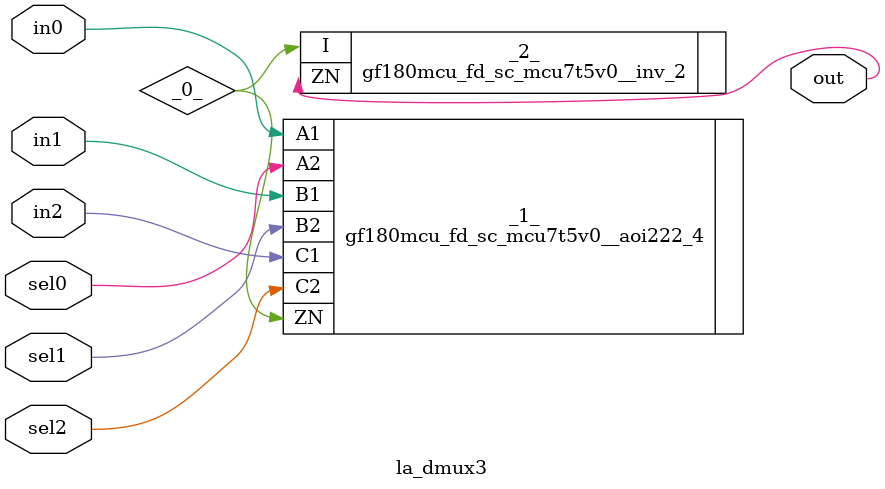
<source format=v>

/* Generated by Yosys 0.37 (git sha1 a5c7f69ed, clang 14.0.0-1ubuntu1.1 -fPIC -Os) */

module la_dmux3(sel0, sel1, sel2, in0, in1, in2, out);
  wire _0_;
  input in0;
  wire in0;
  input in1;
  wire in1;
  input in2;
  wire in2;
  output out;
  wire out;
  input sel0;
  wire sel0;
  input sel1;
  wire sel1;
  input sel2;
  wire sel2;
  gf180mcu_fd_sc_mcu7t5v0__aoi222_4 _1_ (
    .A1(in0),
    .A2(sel0),
    .B1(in1),
    .B2(sel1),
    .C1(in2),
    .C2(sel2),
    .ZN(_0_)
  );
  gf180mcu_fd_sc_mcu7t5v0__inv_2 _2_ (
    .I(_0_),
    .ZN(out)
  );
endmodule

</source>
